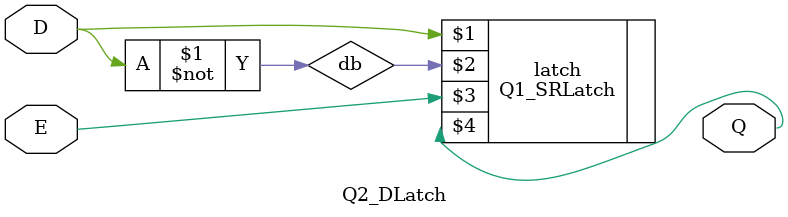
<source format=v>
module Q2_DLatch(input D,E,output Q);
  wire db;
  not (db,D);
  Q1_SRLatch latch(D,db,E,Q);
endmodule
</source>
